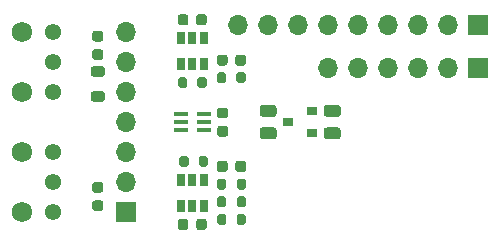
<source format=gbr>
%TF.GenerationSoftware,KiCad,Pcbnew,5.1.10-88a1d61d58~90~ubuntu20.04.1*%
%TF.CreationDate,2021-08-01T07:07:47+02:00*%
%TF.ProjectId,chalkie,6368616c-6b69-4652-9e6b-696361645f70,v1.00*%
%TF.SameCoordinates,Original*%
%TF.FileFunction,Soldermask,Top*%
%TF.FilePolarity,Negative*%
%FSLAX46Y46*%
G04 Gerber Fmt 4.6, Leading zero omitted, Abs format (unit mm)*
G04 Created by KiCad (PCBNEW 5.1.10-88a1d61d58~90~ubuntu20.04.1) date 2021-08-01 07:07:47*
%MOMM*%
%LPD*%
G01*
G04 APERTURE LIST*
%ADD10C,1.725000*%
%ADD11C,1.381250*%
%ADD12R,1.190000X0.400000*%
%ADD13C,1.381000*%
%ADD14O,1.700000X1.700000*%
%ADD15R,1.700000X1.700000*%
%ADD16R,0.900000X0.800000*%
%ADD17R,0.650000X1.060000*%
G04 APERTURE END LIST*
D10*
%TO.C,U2*%
X133590000Y-107590000D03*
X133590000Y-102510000D03*
D11*
X136210000Y-107590000D03*
X136210000Y-105050000D03*
X136210000Y-102510000D03*
%TD*%
D12*
%TO.C,U6*%
X148960000Y-100650000D03*
X148960000Y-100000000D03*
X148960000Y-99350000D03*
X147040000Y-99350000D03*
X147040000Y-100000000D03*
X147040000Y-100650000D03*
%TD*%
D10*
%TO.C,U3*%
X133590000Y-97490000D03*
X133590000Y-92410000D03*
D13*
X136210000Y-97490000D03*
X136210000Y-94950000D03*
X136210000Y-92410000D03*
%TD*%
%TO.C,C1*%
G36*
G01*
X151645000Y-104000000D02*
X151645000Y-103500000D01*
G75*
G02*
X151870000Y-103275000I225000J0D01*
G01*
X152320000Y-103275000D01*
G75*
G02*
X152545000Y-103500000I0J-225000D01*
G01*
X152545000Y-104000000D01*
G75*
G02*
X152320000Y-104225000I-225000J0D01*
G01*
X151870000Y-104225000D01*
G75*
G02*
X151645000Y-104000000I0J225000D01*
G01*
G37*
G36*
G01*
X150095000Y-104000000D02*
X150095000Y-103500000D01*
G75*
G02*
X150320000Y-103275000I225000J0D01*
G01*
X150770000Y-103275000D01*
G75*
G02*
X150995000Y-103500000I0J-225000D01*
G01*
X150995000Y-104000000D01*
G75*
G02*
X150770000Y-104225000I-225000J0D01*
G01*
X150320000Y-104225000D01*
G75*
G02*
X150095000Y-104000000I0J225000D01*
G01*
G37*
%TD*%
%TO.C,C2*%
G36*
G01*
X140250000Y-107525000D02*
X139750000Y-107525000D01*
G75*
G02*
X139525000Y-107300000I0J225000D01*
G01*
X139525000Y-106850000D01*
G75*
G02*
X139750000Y-106625000I225000J0D01*
G01*
X140250000Y-106625000D01*
G75*
G02*
X140475000Y-106850000I0J-225000D01*
G01*
X140475000Y-107300000D01*
G75*
G02*
X140250000Y-107525000I-225000J0D01*
G01*
G37*
G36*
G01*
X140250000Y-105975000D02*
X139750000Y-105975000D01*
G75*
G02*
X139525000Y-105750000I0J225000D01*
G01*
X139525000Y-105300000D01*
G75*
G02*
X139750000Y-105075000I225000J0D01*
G01*
X140250000Y-105075000D01*
G75*
G02*
X140475000Y-105300000I0J-225000D01*
G01*
X140475000Y-105750000D01*
G75*
G02*
X140250000Y-105975000I-225000J0D01*
G01*
G37*
%TD*%
%TO.C,C3*%
G36*
G01*
X139750000Y-93825000D02*
X140250000Y-93825000D01*
G75*
G02*
X140475000Y-94050000I0J-225000D01*
G01*
X140475000Y-94500000D01*
G75*
G02*
X140250000Y-94725000I-225000J0D01*
G01*
X139750000Y-94725000D01*
G75*
G02*
X139525000Y-94500000I0J225000D01*
G01*
X139525000Y-94050000D01*
G75*
G02*
X139750000Y-93825000I225000J0D01*
G01*
G37*
G36*
G01*
X139750000Y-92275000D02*
X140250000Y-92275000D01*
G75*
G02*
X140475000Y-92500000I0J-225000D01*
G01*
X140475000Y-92950000D01*
G75*
G02*
X140250000Y-93175000I-225000J0D01*
G01*
X139750000Y-93175000D01*
G75*
G02*
X139525000Y-92950000I0J225000D01*
G01*
X139525000Y-92500000D01*
G75*
G02*
X139750000Y-92275000I225000J0D01*
G01*
G37*
%TD*%
%TO.C,C4*%
G36*
G01*
X147675000Y-91090000D02*
X147675000Y-91590000D01*
G75*
G02*
X147450000Y-91815000I-225000J0D01*
G01*
X147000000Y-91815000D01*
G75*
G02*
X146775000Y-91590000I0J225000D01*
G01*
X146775000Y-91090000D01*
G75*
G02*
X147000000Y-90865000I225000J0D01*
G01*
X147450000Y-90865000D01*
G75*
G02*
X147675000Y-91090000I0J-225000D01*
G01*
G37*
G36*
G01*
X149225000Y-91090000D02*
X149225000Y-91590000D01*
G75*
G02*
X149000000Y-91815000I-225000J0D01*
G01*
X148550000Y-91815000D01*
G75*
G02*
X148325000Y-91590000I0J225000D01*
G01*
X148325000Y-91090000D01*
G75*
G02*
X148550000Y-90865000I225000J0D01*
G01*
X149000000Y-90865000D01*
G75*
G02*
X149225000Y-91090000I0J-225000D01*
G01*
G37*
%TD*%
%TO.C,C5*%
G36*
G01*
X149225000Y-108410000D02*
X149225000Y-108910000D01*
G75*
G02*
X149000000Y-109135000I-225000J0D01*
G01*
X148550000Y-109135000D01*
G75*
G02*
X148325000Y-108910000I0J225000D01*
G01*
X148325000Y-108410000D01*
G75*
G02*
X148550000Y-108185000I225000J0D01*
G01*
X149000000Y-108185000D01*
G75*
G02*
X149225000Y-108410000I0J-225000D01*
G01*
G37*
G36*
G01*
X147675000Y-108410000D02*
X147675000Y-108910000D01*
G75*
G02*
X147450000Y-109135000I-225000J0D01*
G01*
X147000000Y-109135000D01*
G75*
G02*
X146775000Y-108910000I0J225000D01*
G01*
X146775000Y-108410000D01*
G75*
G02*
X147000000Y-108185000I225000J0D01*
G01*
X147450000Y-108185000D01*
G75*
G02*
X147675000Y-108410000I0J-225000D01*
G01*
G37*
%TD*%
%TO.C,C6*%
G36*
G01*
X152535000Y-94500000D02*
X152535000Y-95000000D01*
G75*
G02*
X152310000Y-95225000I-225000J0D01*
G01*
X151860000Y-95225000D01*
G75*
G02*
X151635000Y-95000000I0J225000D01*
G01*
X151635000Y-94500000D01*
G75*
G02*
X151860000Y-94275000I225000J0D01*
G01*
X152310000Y-94275000D01*
G75*
G02*
X152535000Y-94500000I0J-225000D01*
G01*
G37*
G36*
G01*
X150985000Y-94500000D02*
X150985000Y-95000000D01*
G75*
G02*
X150760000Y-95225000I-225000J0D01*
G01*
X150310000Y-95225000D01*
G75*
G02*
X150085000Y-95000000I0J225000D01*
G01*
X150085000Y-94500000D01*
G75*
G02*
X150310000Y-94275000I225000J0D01*
G01*
X150760000Y-94275000D01*
G75*
G02*
X150985000Y-94500000I0J-225000D01*
G01*
G37*
%TD*%
%TO.C,C7*%
G36*
G01*
X154895000Y-101450000D02*
X153945000Y-101450000D01*
G75*
G02*
X153695000Y-101200000I0J250000D01*
G01*
X153695000Y-100700000D01*
G75*
G02*
X153945000Y-100450000I250000J0D01*
G01*
X154895000Y-100450000D01*
G75*
G02*
X155145000Y-100700000I0J-250000D01*
G01*
X155145000Y-101200000D01*
G75*
G02*
X154895000Y-101450000I-250000J0D01*
G01*
G37*
G36*
G01*
X154895000Y-99550000D02*
X153945000Y-99550000D01*
G75*
G02*
X153695000Y-99300000I0J250000D01*
G01*
X153695000Y-98800000D01*
G75*
G02*
X153945000Y-98550000I250000J0D01*
G01*
X154895000Y-98550000D01*
G75*
G02*
X155145000Y-98800000I0J-250000D01*
G01*
X155145000Y-99300000D01*
G75*
G02*
X154895000Y-99550000I-250000J0D01*
G01*
G37*
%TD*%
%TO.C,C8*%
G36*
G01*
X160325000Y-99550000D02*
X159375000Y-99550000D01*
G75*
G02*
X159125000Y-99300000I0J250000D01*
G01*
X159125000Y-98800000D01*
G75*
G02*
X159375000Y-98550000I250000J0D01*
G01*
X160325000Y-98550000D01*
G75*
G02*
X160575000Y-98800000I0J-250000D01*
G01*
X160575000Y-99300000D01*
G75*
G02*
X160325000Y-99550000I-250000J0D01*
G01*
G37*
G36*
G01*
X160325000Y-101450000D02*
X159375000Y-101450000D01*
G75*
G02*
X159125000Y-101200000I0J250000D01*
G01*
X159125000Y-100700000D01*
G75*
G02*
X159375000Y-100450000I250000J0D01*
G01*
X160325000Y-100450000D01*
G75*
G02*
X160575000Y-100700000I0J-250000D01*
G01*
X160575000Y-101200000D01*
G75*
G02*
X160325000Y-101450000I-250000J0D01*
G01*
G37*
%TD*%
%TO.C,C9*%
G36*
G01*
X150820000Y-101225000D02*
X150320000Y-101225000D01*
G75*
G02*
X150095000Y-101000000I0J225000D01*
G01*
X150095000Y-100550000D01*
G75*
G02*
X150320000Y-100325000I225000J0D01*
G01*
X150820000Y-100325000D01*
G75*
G02*
X151045000Y-100550000I0J-225000D01*
G01*
X151045000Y-101000000D01*
G75*
G02*
X150820000Y-101225000I-225000J0D01*
G01*
G37*
G36*
G01*
X150820000Y-99675000D02*
X150320000Y-99675000D01*
G75*
G02*
X150095000Y-99450000I0J225000D01*
G01*
X150095000Y-99000000D01*
G75*
G02*
X150320000Y-98775000I225000J0D01*
G01*
X150820000Y-98775000D01*
G75*
G02*
X151045000Y-99000000I0J-225000D01*
G01*
X151045000Y-99450000D01*
G75*
G02*
X150820000Y-99675000I-225000J0D01*
G01*
G37*
%TD*%
D14*
%TO.C,J1*%
X151880000Y-91800000D03*
X154420000Y-91800000D03*
X156960000Y-91800000D03*
X159500000Y-91800000D03*
X162040000Y-91800000D03*
X164580000Y-91800000D03*
X167120000Y-91800000D03*
X169660000Y-91800000D03*
D15*
X172200000Y-91800000D03*
%TD*%
%TO.C,J2*%
X142400000Y-107620000D03*
D14*
X142400000Y-105080000D03*
X142400000Y-102540000D03*
X142400000Y-100000000D03*
X142400000Y-97460000D03*
X142400000Y-94920000D03*
X142400000Y-92380000D03*
%TD*%
D15*
%TO.C,J3*%
X172200000Y-95390000D03*
D14*
X169660000Y-95390000D03*
X167120000Y-95390000D03*
X164580000Y-95390000D03*
X162040000Y-95390000D03*
X159500000Y-95390000D03*
%TD*%
%TO.C,L1*%
G36*
G01*
X139618750Y-95270000D02*
X140381250Y-95270000D01*
G75*
G02*
X140600000Y-95488750I0J-218750D01*
G01*
X140600000Y-95926250D01*
G75*
G02*
X140381250Y-96145000I-218750J0D01*
G01*
X139618750Y-96145000D01*
G75*
G02*
X139400000Y-95926250I0J218750D01*
G01*
X139400000Y-95488750D01*
G75*
G02*
X139618750Y-95270000I218750J0D01*
G01*
G37*
G36*
G01*
X139618750Y-97395000D02*
X140381250Y-97395000D01*
G75*
G02*
X140600000Y-97613750I0J-218750D01*
G01*
X140600000Y-98051250D01*
G75*
G02*
X140381250Y-98270000I-218750J0D01*
G01*
X139618750Y-98270000D01*
G75*
G02*
X139400000Y-98051250I0J218750D01*
G01*
X139400000Y-97613750D01*
G75*
G02*
X139618750Y-97395000I218750J0D01*
G01*
G37*
%TD*%
%TO.C,R1*%
G36*
G01*
X147685000Y-103045000D02*
X147685000Y-103595000D01*
G75*
G02*
X147485000Y-103795000I-200000J0D01*
G01*
X147085000Y-103795000D01*
G75*
G02*
X146885000Y-103595000I0J200000D01*
G01*
X146885000Y-103045000D01*
G75*
G02*
X147085000Y-102845000I200000J0D01*
G01*
X147485000Y-102845000D01*
G75*
G02*
X147685000Y-103045000I0J-200000D01*
G01*
G37*
G36*
G01*
X149335000Y-103045000D02*
X149335000Y-103595000D01*
G75*
G02*
X149135000Y-103795000I-200000J0D01*
G01*
X148735000Y-103795000D01*
G75*
G02*
X148535000Y-103595000I0J200000D01*
G01*
X148535000Y-103045000D01*
G75*
G02*
X148735000Y-102845000I200000J0D01*
G01*
X149135000Y-102845000D01*
G75*
G02*
X149335000Y-103045000I0J-200000D01*
G01*
G37*
%TD*%
%TO.C,R2*%
G36*
G01*
X150895000Y-104975000D02*
X150895000Y-105525000D01*
G75*
G02*
X150695000Y-105725000I-200000J0D01*
G01*
X150295000Y-105725000D01*
G75*
G02*
X150095000Y-105525000I0J200000D01*
G01*
X150095000Y-104975000D01*
G75*
G02*
X150295000Y-104775000I200000J0D01*
G01*
X150695000Y-104775000D01*
G75*
G02*
X150895000Y-104975000I0J-200000D01*
G01*
G37*
G36*
G01*
X152545000Y-104975000D02*
X152545000Y-105525000D01*
G75*
G02*
X152345000Y-105725000I-200000J0D01*
G01*
X151945000Y-105725000D01*
G75*
G02*
X151745000Y-105525000I0J200000D01*
G01*
X151745000Y-104975000D01*
G75*
G02*
X151945000Y-104775000I200000J0D01*
G01*
X152345000Y-104775000D01*
G75*
G02*
X152545000Y-104975000I0J-200000D01*
G01*
G37*
%TD*%
%TO.C,R3*%
G36*
G01*
X150895000Y-106475000D02*
X150895000Y-107025000D01*
G75*
G02*
X150695000Y-107225000I-200000J0D01*
G01*
X150295000Y-107225000D01*
G75*
G02*
X150095000Y-107025000I0J200000D01*
G01*
X150095000Y-106475000D01*
G75*
G02*
X150295000Y-106275000I200000J0D01*
G01*
X150695000Y-106275000D01*
G75*
G02*
X150895000Y-106475000I0J-200000D01*
G01*
G37*
G36*
G01*
X152545000Y-106475000D02*
X152545000Y-107025000D01*
G75*
G02*
X152345000Y-107225000I-200000J0D01*
G01*
X151945000Y-107225000D01*
G75*
G02*
X151745000Y-107025000I0J200000D01*
G01*
X151745000Y-106475000D01*
G75*
G02*
X151945000Y-106275000I200000J0D01*
G01*
X152345000Y-106275000D01*
G75*
G02*
X152545000Y-106475000I0J-200000D01*
G01*
G37*
%TD*%
%TO.C,R4*%
G36*
G01*
X152545000Y-107975000D02*
X152545000Y-108525000D01*
G75*
G02*
X152345000Y-108725000I-200000J0D01*
G01*
X151945000Y-108725000D01*
G75*
G02*
X151745000Y-108525000I0J200000D01*
G01*
X151745000Y-107975000D01*
G75*
G02*
X151945000Y-107775000I200000J0D01*
G01*
X152345000Y-107775000D01*
G75*
G02*
X152545000Y-107975000I0J-200000D01*
G01*
G37*
G36*
G01*
X150895000Y-107975000D02*
X150895000Y-108525000D01*
G75*
G02*
X150695000Y-108725000I-200000J0D01*
G01*
X150295000Y-108725000D01*
G75*
G02*
X150095000Y-108525000I0J200000D01*
G01*
X150095000Y-107975000D01*
G75*
G02*
X150295000Y-107775000I200000J0D01*
G01*
X150695000Y-107775000D01*
G75*
G02*
X150895000Y-107975000I0J-200000D01*
G01*
G37*
%TD*%
%TO.C,R5*%
G36*
G01*
X150085000Y-96515000D02*
X150085000Y-95965000D01*
G75*
G02*
X150285000Y-95765000I200000J0D01*
G01*
X150685000Y-95765000D01*
G75*
G02*
X150885000Y-95965000I0J-200000D01*
G01*
X150885000Y-96515000D01*
G75*
G02*
X150685000Y-96715000I-200000J0D01*
G01*
X150285000Y-96715000D01*
G75*
G02*
X150085000Y-96515000I0J200000D01*
G01*
G37*
G36*
G01*
X151735000Y-96515000D02*
X151735000Y-95965000D01*
G75*
G02*
X151935000Y-95765000I200000J0D01*
G01*
X152335000Y-95765000D01*
G75*
G02*
X152535000Y-95965000I0J-200000D01*
G01*
X152535000Y-96515000D01*
G75*
G02*
X152335000Y-96715000I-200000J0D01*
G01*
X151935000Y-96715000D01*
G75*
G02*
X151735000Y-96515000I0J200000D01*
G01*
G37*
%TD*%
%TO.C,R6*%
G36*
G01*
X149225000Y-96375000D02*
X149225000Y-96925000D01*
G75*
G02*
X149025000Y-97125000I-200000J0D01*
G01*
X148625000Y-97125000D01*
G75*
G02*
X148425000Y-96925000I0J200000D01*
G01*
X148425000Y-96375000D01*
G75*
G02*
X148625000Y-96175000I200000J0D01*
G01*
X149025000Y-96175000D01*
G75*
G02*
X149225000Y-96375000I0J-200000D01*
G01*
G37*
G36*
G01*
X147575000Y-96375000D02*
X147575000Y-96925000D01*
G75*
G02*
X147375000Y-97125000I-200000J0D01*
G01*
X146975000Y-97125000D01*
G75*
G02*
X146775000Y-96925000I0J200000D01*
G01*
X146775000Y-96375000D01*
G75*
G02*
X146975000Y-96175000I200000J0D01*
G01*
X147375000Y-96175000D01*
G75*
G02*
X147575000Y-96375000I0J-200000D01*
G01*
G37*
%TD*%
D16*
%TO.C,U1*%
X158140000Y-100950000D03*
X158140000Y-99050000D03*
X156140000Y-100000000D03*
%TD*%
D17*
%TO.C,U4*%
X148950000Y-104900000D03*
X148000000Y-104900000D03*
X147050000Y-104900000D03*
X147050000Y-107100000D03*
X148950000Y-107100000D03*
X148000000Y-107100000D03*
%TD*%
%TO.C,U5*%
X148000000Y-92900000D03*
X147050000Y-92900000D03*
X148950000Y-92900000D03*
X148950000Y-95100000D03*
X148000000Y-95100000D03*
X147050000Y-95100000D03*
%TD*%
M02*

</source>
